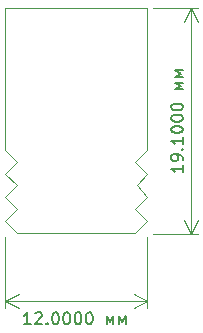
<source format=gbr>
%TF.GenerationSoftware,KiCad,Pcbnew,(6.0.2)*%
%TF.CreationDate,2022-10-21T03:28:25+03:00*%
%TF.ProjectId,Shield1,53686965-6c64-4312-9e6b-696361645f70,rev?*%
%TF.SameCoordinates,Original*%
%TF.FileFunction,Profile,NP*%
%FSLAX46Y46*%
G04 Gerber Fmt 4.6, Leading zero omitted, Abs format (unit mm)*
G04 Created by KiCad (PCBNEW (6.0.2)) date 2022-10-21 03:28:25*
%MOMM*%
%LPD*%
G01*
G04 APERTURE LIST*
%TA.AperFunction,Profile*%
%ADD10C,0.100000*%
%TD*%
%ADD11C,0.150000*%
G04 APERTURE END LIST*
D10*
X106000000Y-32000000D02*
X105000000Y-33000000D01*
X105000000Y-33000000D02*
X106000000Y-34000000D01*
X106000000Y-34000000D02*
X105100000Y-35000000D01*
X105100000Y-35000000D02*
X106000000Y-36000000D01*
X106000000Y-36000000D02*
X105000000Y-37000000D01*
X105000000Y-37000000D02*
X106000000Y-38000000D01*
X106000000Y-38000000D02*
X105000000Y-39000000D01*
X105000000Y-39000000D02*
X95000000Y-39000000D01*
X95000000Y-39000000D02*
X94000000Y-38000000D01*
X94000000Y-38000000D02*
X95000000Y-37000000D01*
X95000000Y-37000000D02*
X94000000Y-36000000D01*
X94000000Y-36000000D02*
X95000000Y-35000000D01*
X95000000Y-35000000D02*
X94000000Y-34000000D01*
X94000000Y-34000000D02*
X95000000Y-33000000D01*
X95000000Y-33000000D02*
X94000000Y-32000000D01*
X94000000Y-32000000D02*
X94000000Y-20000000D01*
X94000000Y-20000000D02*
X106000000Y-20000000D01*
X106000000Y-20000000D02*
X106000000Y-32000000D01*
D11*
X109032380Y-33311904D02*
X109032380Y-33883333D01*
X109032380Y-33597619D02*
X108032380Y-33597619D01*
X108175238Y-33692857D01*
X108270476Y-33788095D01*
X108318095Y-33883333D01*
X109032380Y-32835714D02*
X109032380Y-32645238D01*
X108984761Y-32550000D01*
X108937142Y-32502380D01*
X108794285Y-32407142D01*
X108603809Y-32359523D01*
X108222857Y-32359523D01*
X108127619Y-32407142D01*
X108080000Y-32454761D01*
X108032380Y-32550000D01*
X108032380Y-32740476D01*
X108080000Y-32835714D01*
X108127619Y-32883333D01*
X108222857Y-32930952D01*
X108460952Y-32930952D01*
X108556190Y-32883333D01*
X108603809Y-32835714D01*
X108651428Y-32740476D01*
X108651428Y-32550000D01*
X108603809Y-32454761D01*
X108556190Y-32407142D01*
X108460952Y-32359523D01*
X108937142Y-31930952D02*
X108984761Y-31883333D01*
X109032380Y-31930952D01*
X108984761Y-31978571D01*
X108937142Y-31930952D01*
X109032380Y-31930952D01*
X109032380Y-30930952D02*
X109032380Y-31502380D01*
X109032380Y-31216666D02*
X108032380Y-31216666D01*
X108175238Y-31311904D01*
X108270476Y-31407142D01*
X108318095Y-31502380D01*
X108032380Y-30311904D02*
X108032380Y-30216666D01*
X108080000Y-30121428D01*
X108127619Y-30073809D01*
X108222857Y-30026190D01*
X108413333Y-29978571D01*
X108651428Y-29978571D01*
X108841904Y-30026190D01*
X108937142Y-30073809D01*
X108984761Y-30121428D01*
X109032380Y-30216666D01*
X109032380Y-30311904D01*
X108984761Y-30407142D01*
X108937142Y-30454761D01*
X108841904Y-30502380D01*
X108651428Y-30550000D01*
X108413333Y-30550000D01*
X108222857Y-30502380D01*
X108127619Y-30454761D01*
X108080000Y-30407142D01*
X108032380Y-30311904D01*
X108032380Y-29359523D02*
X108032380Y-29264285D01*
X108080000Y-29169047D01*
X108127619Y-29121428D01*
X108222857Y-29073809D01*
X108413333Y-29026190D01*
X108651428Y-29026190D01*
X108841904Y-29073809D01*
X108937142Y-29121428D01*
X108984761Y-29169047D01*
X109032380Y-29264285D01*
X109032380Y-29359523D01*
X108984761Y-29454761D01*
X108937142Y-29502380D01*
X108841904Y-29550000D01*
X108651428Y-29597619D01*
X108413333Y-29597619D01*
X108222857Y-29550000D01*
X108127619Y-29502380D01*
X108080000Y-29454761D01*
X108032380Y-29359523D01*
X108032380Y-28407142D02*
X108032380Y-28311904D01*
X108080000Y-28216666D01*
X108127619Y-28169047D01*
X108222857Y-28121428D01*
X108413333Y-28073809D01*
X108651428Y-28073809D01*
X108841904Y-28121428D01*
X108937142Y-28169047D01*
X108984761Y-28216666D01*
X109032380Y-28311904D01*
X109032380Y-28407142D01*
X108984761Y-28502380D01*
X108937142Y-28550000D01*
X108841904Y-28597619D01*
X108651428Y-28645238D01*
X108413333Y-28645238D01*
X108222857Y-28597619D01*
X108127619Y-28550000D01*
X108080000Y-28502380D01*
X108032380Y-28407142D01*
X109032380Y-26883333D02*
X108365714Y-26883333D01*
X108889523Y-26597619D01*
X108365714Y-26311904D01*
X109032380Y-26311904D01*
X109032380Y-25835714D02*
X108365714Y-25835714D01*
X108889523Y-25550000D01*
X108365714Y-25264285D01*
X109032380Y-25264285D01*
D10*
X106500000Y-20000000D02*
X110316420Y-20000000D01*
X106500000Y-39100000D02*
X110316420Y-39100000D01*
X109730000Y-20000000D02*
X109730000Y-39100000D01*
X109730000Y-20000000D02*
X109730000Y-39100000D01*
X109730000Y-20000000D02*
X109143579Y-21126504D01*
X109730000Y-20000000D02*
X110316421Y-21126504D01*
X109730000Y-39100000D02*
X110316421Y-37973496D01*
X109730000Y-39100000D02*
X109143579Y-37973496D01*
D11*
X96138095Y-46752380D02*
X95566666Y-46752380D01*
X95852380Y-46752380D02*
X95852380Y-45752380D01*
X95757142Y-45895238D01*
X95661904Y-45990476D01*
X95566666Y-46038095D01*
X96519047Y-45847619D02*
X96566666Y-45800000D01*
X96661904Y-45752380D01*
X96900000Y-45752380D01*
X96995238Y-45800000D01*
X97042857Y-45847619D01*
X97090476Y-45942857D01*
X97090476Y-46038095D01*
X97042857Y-46180952D01*
X96471428Y-46752380D01*
X97090476Y-46752380D01*
X97519047Y-46657142D02*
X97566666Y-46704761D01*
X97519047Y-46752380D01*
X97471428Y-46704761D01*
X97519047Y-46657142D01*
X97519047Y-46752380D01*
X98185714Y-45752380D02*
X98280952Y-45752380D01*
X98376190Y-45800000D01*
X98423809Y-45847619D01*
X98471428Y-45942857D01*
X98519047Y-46133333D01*
X98519047Y-46371428D01*
X98471428Y-46561904D01*
X98423809Y-46657142D01*
X98376190Y-46704761D01*
X98280952Y-46752380D01*
X98185714Y-46752380D01*
X98090476Y-46704761D01*
X98042857Y-46657142D01*
X97995238Y-46561904D01*
X97947619Y-46371428D01*
X97947619Y-46133333D01*
X97995238Y-45942857D01*
X98042857Y-45847619D01*
X98090476Y-45800000D01*
X98185714Y-45752380D01*
X99138095Y-45752380D02*
X99233333Y-45752380D01*
X99328571Y-45800000D01*
X99376190Y-45847619D01*
X99423809Y-45942857D01*
X99471428Y-46133333D01*
X99471428Y-46371428D01*
X99423809Y-46561904D01*
X99376190Y-46657142D01*
X99328571Y-46704761D01*
X99233333Y-46752380D01*
X99138095Y-46752380D01*
X99042857Y-46704761D01*
X98995238Y-46657142D01*
X98947619Y-46561904D01*
X98900000Y-46371428D01*
X98900000Y-46133333D01*
X98947619Y-45942857D01*
X98995238Y-45847619D01*
X99042857Y-45800000D01*
X99138095Y-45752380D01*
X100090476Y-45752380D02*
X100185714Y-45752380D01*
X100280952Y-45800000D01*
X100328571Y-45847619D01*
X100376190Y-45942857D01*
X100423809Y-46133333D01*
X100423809Y-46371428D01*
X100376190Y-46561904D01*
X100328571Y-46657142D01*
X100280952Y-46704761D01*
X100185714Y-46752380D01*
X100090476Y-46752380D01*
X99995238Y-46704761D01*
X99947619Y-46657142D01*
X99900000Y-46561904D01*
X99852380Y-46371428D01*
X99852380Y-46133333D01*
X99900000Y-45942857D01*
X99947619Y-45847619D01*
X99995238Y-45800000D01*
X100090476Y-45752380D01*
X101042857Y-45752380D02*
X101138095Y-45752380D01*
X101233333Y-45800000D01*
X101280952Y-45847619D01*
X101328571Y-45942857D01*
X101376190Y-46133333D01*
X101376190Y-46371428D01*
X101328571Y-46561904D01*
X101280952Y-46657142D01*
X101233333Y-46704761D01*
X101138095Y-46752380D01*
X101042857Y-46752380D01*
X100947619Y-46704761D01*
X100900000Y-46657142D01*
X100852380Y-46561904D01*
X100804761Y-46371428D01*
X100804761Y-46133333D01*
X100852380Y-45942857D01*
X100900000Y-45847619D01*
X100947619Y-45800000D01*
X101042857Y-45752380D01*
X102566666Y-46752380D02*
X102566666Y-46085714D01*
X102852380Y-46609523D01*
X103138095Y-46085714D01*
X103138095Y-46752380D01*
X103614285Y-46752380D02*
X103614285Y-46085714D01*
X103900000Y-46609523D01*
X104185714Y-46085714D01*
X104185714Y-46752380D01*
D10*
X94000000Y-39350000D02*
X94000000Y-45386420D01*
X106000000Y-39350000D02*
X106000000Y-45386420D01*
X94000000Y-44800000D02*
X106000000Y-44800000D01*
X94000000Y-44800000D02*
X106000000Y-44800000D01*
X94000000Y-44800000D02*
X95126504Y-45386421D01*
X94000000Y-44800000D02*
X95126504Y-44213579D01*
X106000000Y-44800000D02*
X104873496Y-44213579D01*
X106000000Y-44800000D02*
X104873496Y-45386421D01*
M02*

</source>
